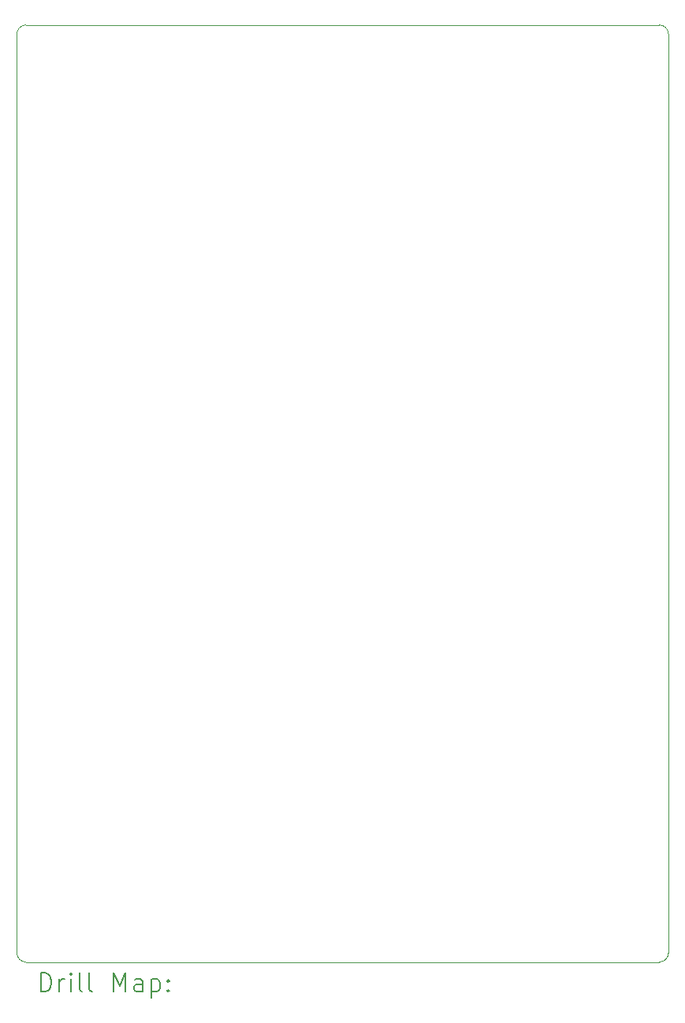
<source format=gbr>
%TF.GenerationSoftware,KiCad,Pcbnew,9.0.1*%
%TF.CreationDate,2025-10-31T14:17:24-04:00*%
%TF.ProjectId,main_display_board,6d61696e-5f64-4697-9370-6c61795f626f,rev?*%
%TF.SameCoordinates,Original*%
%TF.FileFunction,Drillmap*%
%TF.FilePolarity,Positive*%
%FSLAX45Y45*%
G04 Gerber Fmt 4.5, Leading zero omitted, Abs format (unit mm)*
G04 Created by KiCad (PCBNEW 9.0.1) date 2025-10-31 14:17:24*
%MOMM*%
%LPD*%
G01*
G04 APERTURE LIST*
%ADD10C,0.100000*%
%ADD11C,0.200000*%
G04 APERTURE END LIST*
D10*
X4535000Y-4165000D02*
G75*
G02*
X4635000Y-4065000I100000J0D01*
G01*
X4635000Y-14140000D02*
G75*
G02*
X4535000Y-14040000I0J100000D01*
G01*
X4735000Y-4065000D02*
X4635000Y-4065000D01*
X4535000Y-4265000D02*
X4535000Y-4165000D01*
X4535000Y-13940000D02*
X4535000Y-14040000D01*
X4735000Y-14140000D02*
X4635000Y-14140000D01*
X11535000Y-4265000D02*
X11535000Y-13940000D01*
X4785000Y-4065000D02*
X11285000Y-4065000D01*
X4785000Y-4065000D02*
X4735000Y-4065000D01*
X11435000Y-4065000D02*
G75*
G02*
X11535000Y-4165000I0J-100000D01*
G01*
X11285000Y-4065000D02*
X11435000Y-4065000D01*
X11535000Y-13940000D02*
X11535000Y-14040000D01*
X11285000Y-14140000D02*
X11435000Y-14140000D01*
X11535000Y-14040000D02*
G75*
G02*
X11435000Y-14140000I-100000J0D01*
G01*
X4785000Y-14140000D02*
X4735000Y-14140000D01*
X4535000Y-13940000D02*
X4535000Y-4265000D01*
X11535000Y-4265000D02*
X11535000Y-4165000D01*
X11285000Y-14140000D02*
X4785000Y-14140000D01*
D11*
X4790777Y-14456484D02*
X4790777Y-14256484D01*
X4790777Y-14256484D02*
X4838396Y-14256484D01*
X4838396Y-14256484D02*
X4866967Y-14266008D01*
X4866967Y-14266008D02*
X4886015Y-14285055D01*
X4886015Y-14285055D02*
X4895539Y-14304103D01*
X4895539Y-14304103D02*
X4905063Y-14342198D01*
X4905063Y-14342198D02*
X4905063Y-14370769D01*
X4905063Y-14370769D02*
X4895539Y-14408865D01*
X4895539Y-14408865D02*
X4886015Y-14427912D01*
X4886015Y-14427912D02*
X4866967Y-14446960D01*
X4866967Y-14446960D02*
X4838396Y-14456484D01*
X4838396Y-14456484D02*
X4790777Y-14456484D01*
X4990777Y-14456484D02*
X4990777Y-14323150D01*
X4990777Y-14361246D02*
X5000301Y-14342198D01*
X5000301Y-14342198D02*
X5009824Y-14332674D01*
X5009824Y-14332674D02*
X5028872Y-14323150D01*
X5028872Y-14323150D02*
X5047920Y-14323150D01*
X5114586Y-14456484D02*
X5114586Y-14323150D01*
X5114586Y-14256484D02*
X5105063Y-14266008D01*
X5105063Y-14266008D02*
X5114586Y-14275531D01*
X5114586Y-14275531D02*
X5124110Y-14266008D01*
X5124110Y-14266008D02*
X5114586Y-14256484D01*
X5114586Y-14256484D02*
X5114586Y-14275531D01*
X5238396Y-14456484D02*
X5219348Y-14446960D01*
X5219348Y-14446960D02*
X5209824Y-14427912D01*
X5209824Y-14427912D02*
X5209824Y-14256484D01*
X5343158Y-14456484D02*
X5324110Y-14446960D01*
X5324110Y-14446960D02*
X5314586Y-14427912D01*
X5314586Y-14427912D02*
X5314586Y-14256484D01*
X5571729Y-14456484D02*
X5571729Y-14256484D01*
X5571729Y-14256484D02*
X5638396Y-14399341D01*
X5638396Y-14399341D02*
X5705062Y-14256484D01*
X5705062Y-14256484D02*
X5705062Y-14456484D01*
X5886015Y-14456484D02*
X5886015Y-14351722D01*
X5886015Y-14351722D02*
X5876491Y-14332674D01*
X5876491Y-14332674D02*
X5857443Y-14323150D01*
X5857443Y-14323150D02*
X5819348Y-14323150D01*
X5819348Y-14323150D02*
X5800301Y-14332674D01*
X5886015Y-14446960D02*
X5866967Y-14456484D01*
X5866967Y-14456484D02*
X5819348Y-14456484D01*
X5819348Y-14456484D02*
X5800301Y-14446960D01*
X5800301Y-14446960D02*
X5790777Y-14427912D01*
X5790777Y-14427912D02*
X5790777Y-14408865D01*
X5790777Y-14408865D02*
X5800301Y-14389817D01*
X5800301Y-14389817D02*
X5819348Y-14380293D01*
X5819348Y-14380293D02*
X5866967Y-14380293D01*
X5866967Y-14380293D02*
X5886015Y-14370769D01*
X5981253Y-14323150D02*
X5981253Y-14523150D01*
X5981253Y-14332674D02*
X6000301Y-14323150D01*
X6000301Y-14323150D02*
X6038396Y-14323150D01*
X6038396Y-14323150D02*
X6057443Y-14332674D01*
X6057443Y-14332674D02*
X6066967Y-14342198D01*
X6066967Y-14342198D02*
X6076491Y-14361246D01*
X6076491Y-14361246D02*
X6076491Y-14418388D01*
X6076491Y-14418388D02*
X6066967Y-14437436D01*
X6066967Y-14437436D02*
X6057443Y-14446960D01*
X6057443Y-14446960D02*
X6038396Y-14456484D01*
X6038396Y-14456484D02*
X6000301Y-14456484D01*
X6000301Y-14456484D02*
X5981253Y-14446960D01*
X6162205Y-14437436D02*
X6171729Y-14446960D01*
X6171729Y-14446960D02*
X6162205Y-14456484D01*
X6162205Y-14456484D02*
X6152682Y-14446960D01*
X6152682Y-14446960D02*
X6162205Y-14437436D01*
X6162205Y-14437436D02*
X6162205Y-14456484D01*
X6162205Y-14332674D02*
X6171729Y-14342198D01*
X6171729Y-14342198D02*
X6162205Y-14351722D01*
X6162205Y-14351722D02*
X6152682Y-14342198D01*
X6152682Y-14342198D02*
X6162205Y-14332674D01*
X6162205Y-14332674D02*
X6162205Y-14351722D01*
M02*

</source>
